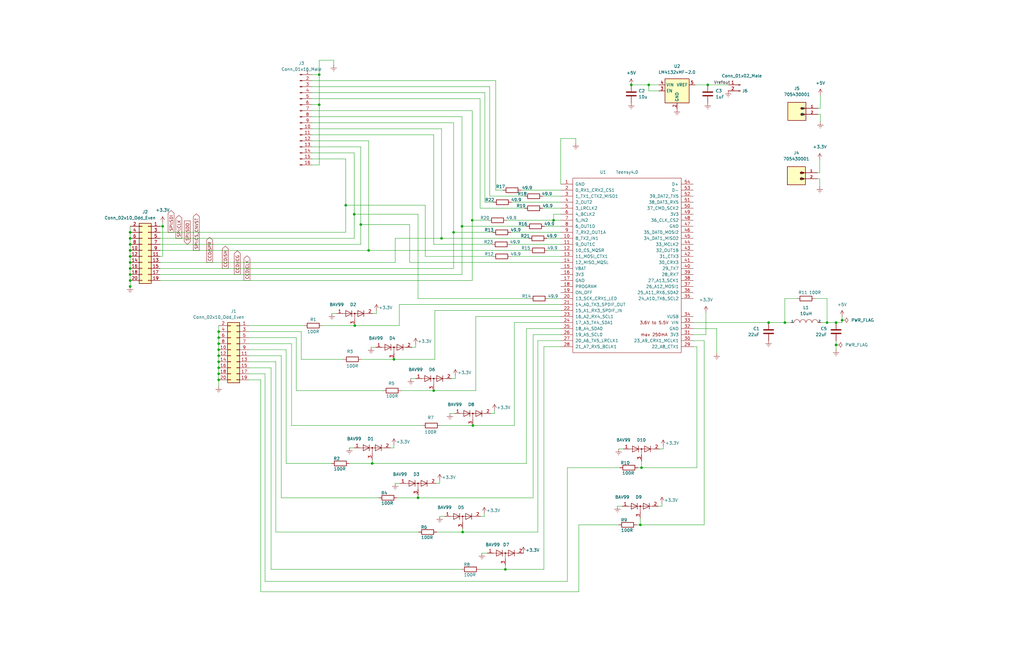
<source format=kicad_sch>
(kicad_sch (version 20231120) (generator "eeschema") (generator_version "8.0")
  (paper "B")
  (title_block (title "SPI Instrumentation Controller - T4") (date "2023-12-31") (company "Mitchell C Nelson, PhD (c) 2023"))
  (lib_symbols
    (symbol "705430001:705430001" (pin_names (offset 1.016))
      (property "Reference" "J" (at 0 3.81 0))
      (property "Value" "705430001" (at 0 -7.62 0))
      (symbol "705430001_0_0"
        (pin passive line (at -5.08 0 0) (length 5.08) (name "1") (number "1"))
        (pin passive line (at -5.08 -2.54 0) (length 5.08) (name "2") (number "2"))
      )
    )
    (symbol "Connector:Conn_01x02_Male" (pin_names (offset 1.016) hide)
      (property "Reference" "J" (at 0 2.54 0))
      (property "Value" "Conn_01x02_Male" (at 0 -5.08 0))
      (symbol "Conn_01x02_Male_1_1"
        (pin passive line (at 5.08 0 180) (length 3.81) (name "Pin_1") (number "1"))
        (pin passive line (at 5.08 -2.54 180) (length 3.81) (name "Pin_2") (number "2"))
      )
    )
    (symbol "Connector:Conn_01x16_Male" (pin_names (offset 1.016) hide)
      (property "Reference" "J" (at 0 20.32 0))
      (property "Value" "Conn_01x16_Male" (at 0 -22.86 0))
      (symbol "Conn_01x16_Male_1_1"
        (pin passive line (at 5.08 17.78 180) (length 3.81) (name "Pin_1") (number "1"))
        (pin passive line (at 5.08 -5.08 180) (length 3.81) (name "Pin_10") (number "10"))
        (pin passive line (at 5.08 -7.62 180) (length 3.81) (name "Pin_11") (number "11"))
        (pin passive line (at 5.08 -10.16 180) (length 3.81) (name "Pin_12") (number "12"))
        (pin passive line (at 5.08 -12.7 180) (length 3.81) (name "Pin_13") (number "13"))
        (pin passive line (at 5.08 -15.24 180) (length 3.81) (name "Pin_14") (number "14"))
        (pin passive line (at 5.08 -17.78 180) (length 3.81) (name "Pin_15") (number "15"))
        (pin passive line (at 5.08 -20.32 180) (length 3.81) (name "Pin_16") (number "16"))
        (pin passive line (at 5.08 15.24 180) (length 3.81) (name "Pin_2") (number "2"))
        (pin passive line (at 5.08 12.7 180) (length 3.81) (name "Pin_3") (number "3"))
        (pin passive line (at 5.08 10.16 180) (length 3.81) (name "Pin_4") (number "4"))
        (pin passive line (at 5.08 7.62 180) (length 3.81) (name "Pin_5") (number "5"))
        (pin passive line (at 5.08 5.08 180) (length 3.81) (name "Pin_6") (number "6"))
        (pin passive line (at 5.08 2.54 180) (length 3.81) (name "Pin_7") (number "7"))
        (pin passive line (at 5.08 0 180) (length 3.81) (name "Pin_8") (number "8"))
        (pin passive line (at 5.08 -2.54 180) (length 3.81) (name "Pin_9") (number "9"))
      )
    )
    (symbol "Connector_Generic:Conn_02x10_Odd_Even" (pin_names (offset 1.016) hide)
      (property "Reference" "J" (at 1.27 12.7 0))
      (property "Value" "Conn_02x10_Odd_Even" (at 1.27 -15.24 0))
      (symbol "Conn_02x10_Odd_Even_1_1"
        (pin passive line (at -5.08 10.16 0) (length 3.81) (name "Pin_1") (number "1"))
        (pin passive line (at 7.62 0 180) (length 3.81) (name "Pin_10") (number "10"))
        (pin passive line (at -5.08 -2.54 0) (length 3.81) (name "Pin_11") (number "11"))
        (pin passive line (at 7.62 -2.54 180) (length 3.81) (name "Pin_12") (number "12"))
        (pin passive line (at -5.08 -5.08 0) (length 3.81) (name "Pin_13") (number "13"))
        (pin passive line (at 7.62 -5.08 180) (length 3.81) (name "Pin_14") (number "14"))
        (pin passive line (at -5.08 -7.62 0) (length 3.81) (name "Pin_15") (number "15"))
        (pin passive line (at 7.62 -7.62 180) (length 3.81) (name "Pin_16") (number "16"))
        (pin passive line (at -5.08 -10.16 0) (length 3.81) (name "Pin_17") (number "17"))
        (pin passive line (at 7.62 -10.16 180) (length 3.81) (name "Pin_18") (number "18"))
        (pin passive line (at -5.08 -12.7 0) (length 3.81) (name "Pin_19") (number "19"))
        (pin passive line (at 7.62 10.16 180) (length 3.81) (name "Pin_2") (number "2"))
        (pin passive line (at 7.62 -12.7 180) (length 3.81) (name "Pin_20") (number "20"))
        (pin passive line (at -5.08 7.62 0) (length 3.81) (name "Pin_3") (number "3"))
        (pin passive line (at 7.62 7.62 180) (length 3.81) (name "Pin_4") (number "4"))
        (pin passive line (at -5.08 5.08 0) (length 3.81) (name "Pin_5") (number "5"))
        (pin passive line (at 7.62 5.08 180) (length 3.81) (name "Pin_6") (number "6"))
        (pin passive line (at -5.08 2.54 0) (length 3.81) (name "Pin_7") (number "7"))
        (pin passive line (at 7.62 2.54 180) (length 3.81) (name "Pin_8") (number "8"))
        (pin passive line (at -5.08 0 0) (length 3.81) (name "Pin_9") (number "9"))
      )
    )
    (symbol "Device:C" (pin_numbers hide) (pin_names (offset 0.254))
      (property "Reference" "C" (at 0.635 2.54 0))
      (property "Value" "C" (at 0.635 -2.54 0))
      (symbol "C_1_1"
        (pin passive line (at 0 3.81 270) (length 2.794) (name "~") (number "1"))
        (pin passive line (at 0 -3.81 90) (length 2.794) (name "~") (number "2"))
      )
    )
    (symbol "Device:R" (pin_numbers hide) (pin_names (offset 0))
      (property "Reference" "R" (at 2.032 0 90))
      (property "Value" "R" (at 0 0 90))
      (symbol "R_1_1"
        (pin passive line (at 0 3.81 270) (length 1.27) (name "~") (number "1"))
        (pin passive line (at 0 -3.81 90) (length 1.27) (name "~") (number "2"))
      )
    )
    (symbol "Diode:BAV99" (pin_names hide)
      (property "Reference" "D" (at 0 5.08 0))
      (property "Value" "BAV99" (at 0 2.54 0))
      (symbol "BAV99_1_1"
        (pin passive line (at -7.62 0 0) (length 2.54) (name "K") (number "1"))
        (pin passive line (at 7.62 0 180) (length 2.54) (name "A") (number "2"))
        (pin passive line (at 0 -5.08 90) (length 2.54) (name "K") (number "3"))
      )
    )
    (symbol "Reference_Voltage:LM4132xMF-2.0"
      (property "Reference" "U" (at -4.318 6.096 0))
      (property "Value" "LM4132xMF-2.0" (at 7.874 6.096 0))
      (symbol "LM4132xMF-2.0_1_1"
        (pin no_connect line (at 5.08 0 180) (length 2.54) hide (name "NC") (number "1"))
        (pin power_in line (at 0 -7.62 90) (length 2.54) (name "GND") (number "2"))
        (pin input line (at -7.62 0 0) (length 2.54) (name "EN") (number "3"))
        (pin power_in line (at -7.62 2.54 0) (length 2.54) (name "VIN") (number "4"))
        (pin power_out line (at 7.62 2.54 180) (length 2.54) (name "VREF") (number "5"))
      )
    )
    (symbol "Teensy:Teensy4.0" (pin_names (offset 1.016))
      (property "Reference" "U" (at 0 39.37 0))
      (property "Value" "Teensy4.0" (at 0 -39.37 0))
      (symbol "Teensy4.0_0_0"
        (text "3.6V to 5.5V" (at 11.43 -24.13 0) (effects (font (size 1.27 1.27))))
        (text "max 250mA" (at 11.43 -29.21 0) (effects (font (size 1.27 1.27))))
        (pin bidirectional line (at -27.94 11.43 0) (length 5.08) (name "8_TX2_IN1") (number "10"))
        (pin bidirectional line (at -27.94 8.89 0) (length 5.08) (name "9_OUT1C") (number "11"))
        (pin bidirectional line (at -27.94 6.35 0) (length 5.08) (name "10_CS_MQSR") (number "12"))
        (pin bidirectional line (at -27.94 3.81 0) (length 5.08) (name "11_MOSI_CTX1") (number "13"))
        (pin bidirectional line (at -27.94 1.27 0) (length 5.08) (name "12_MISO_MQSL") (number "14"))
        (pin power_in line (at -27.94 -1.27 0) (length 5.08) (name "VBAT") (number "15"))
        (pin power_in line (at -27.94 -3.81 0) (length 5.08) (name "3V3") (number "16"))
        (pin power_in line (at -27.94 -6.35 0) (length 5.08) (name "GND") (number "17"))
        (pin input line (at -27.94 -8.89 0) (length 5.08) (name "PROGRAM") (number "18"))
        (pin input line (at -27.94 -11.43 0) (length 5.08) (name "ON_OFF") (number "19"))
        (pin bidirectional line (at -27.94 -13.97 0) (length 5.08) (name "13_SCK_CRX1_LED") (number "20"))
        (pin bidirectional line (at -27.94 -16.51 0) (length 5.08) (name "14_A0_TX3_SPDIF_OUT") (number "21"))
        (pin bidirectional line (at -27.94 -19.05 0) (length 5.08) (name "15_A1_RX3_SPDIF_IN") (number "22"))
        (pin bidirectional line (at -27.94 -21.59 0) (length 5.08) (name "16_A2_RX4_SCL1") (number "23"))
        (pin bidirectional line (at -27.94 -24.13 0) (length 5.08) (name "17_A3_TX4_SDA1") (number "24"))
        (pin bidirectional line (at -27.94 -26.67 0) (length 5.08) (name "18_A4_SDA0") (number "25"))
        (pin bidirectional line (at -27.94 -29.21 0) (length 5.08) (name "19_A5_SCL0") (number "26"))
        (pin bidirectional line (at -27.94 -31.75 0) (length 5.08) (name "20_A6_TX5_LRCLK1") (number "27"))
        (pin bidirectional line (at -27.94 -34.29 0) (length 5.08) (name "21_A7_RX5_BCLK1") (number "28"))
        (pin bidirectional line (at 27.94 -34.29 180) (length 5.08) (name "22_A8_CTX1") (number "29"))
        (pin bidirectional line (at 27.94 -31.75 180) (length 5.08) (name "23_A9_CRX1_MCLK1") (number "30"))
        (pin power_out line (at 27.94 -29.21 180) (length 5.08) (name "3V3") (number "31"))
        (pin power_in line (at 27.94 -26.67 180) (length 5.08) (name "GND") (number "32"))
        (pin power_in line (at 27.94 -24.13 180) (length 5.08) (name "VIN") (number "33"))
        (pin power_out line (at 27.94 -21.59 180) (length 5.08) (name "VUSB") (number "34"))
        (pin bidirectional line (at 27.94 -13.97 180) (length 5.08) (name "24_A10_TX6_SCL2") (number "35"))
        (pin bidirectional line (at 27.94 -11.43 180) (length 5.08) (name "25_A11_RX6_SDA2") (number "36"))
        (pin bidirectional line (at 27.94 -8.89 180) (length 5.08) (name "26_A12_MOSI1") (number "37"))
        (pin bidirectional line (at 27.94 -6.35 180) (length 5.08) (name "27_A13_SCK1") (number "38"))
        (pin bidirectional line (at 27.94 -3.81 180) (length 5.08) (name "28_RX7") (number "39"))
        (pin bidirectional line (at 27.94 -1.27 180) (length 5.08) (name "29_TX7") (number "40"))
        (pin bidirectional line (at 27.94 1.27 180) (length 5.08) (name "30_CRX3") (number "41"))
        (pin bidirectional line (at 27.94 3.81 180) (length 5.08) (name "31_CTX3") (number "42"))
        (pin bidirectional line (at 27.94 6.35 180) (length 5.08) (name "32_OUT1B") (number "43"))
        (pin bidirectional line (at 27.94 8.89 180) (length 5.08) (name "33_MCLK2") (number "44"))
        (pin bidirectional line (at 27.94 11.43 180) (length 5.08) (name "34_DAT1_MISO2") (number "45"))
        (pin bidirectional line (at 27.94 13.97 180) (length 5.08) (name "35_DAT0_MOSI2") (number "46"))
        (pin power_out line (at 27.94 16.51 180) (length 5.08) (name "GND") (number "47"))
        (pin bidirectional line (at 27.94 19.05 180) (length 5.08) (name "36_CLK_CS2") (number "48"))
        (pin power_out line (at 27.94 21.59 180) (length 5.08) (name "3V3") (number "49"))
        (pin bidirectional line (at -27.94 24.13 0) (length 5.08) (name "3_LRCLK2") (number "5"))
        (pin bidirectional line (at 27.94 24.13 180) (length 5.08) (name "37_CMD_SCK2") (number "50"))
        (pin bidirectional line (at 27.94 26.67 180) (length 5.08) (name "38_DAT3_RX5") (number "51"))
        (pin bidirectional line (at 27.94 29.21 180) (length 5.08) (name "39_DAT2_TX5") (number "52"))
        (pin bidirectional line (at 27.94 31.75 180) (length 5.08) (name "D-") (number "53"))
        (pin bidirectional line (at 27.94 34.29 180) (length 5.08) (name "D+") (number "54"))
        (pin bidirectional line (at -27.94 21.59 0) (length 5.08) (name "4_BCLK2") (number "6"))
        (pin bidirectional line (at -27.94 19.05 0) (length 5.08) (name "5_IN2") (number "7"))
        (pin bidirectional line (at -27.94 16.51 0) (length 5.08) (name "6_OUT1D") (number "8"))
        (pin bidirectional line (at -27.94 13.97 0) (length 5.08) (name "7_RX2_OUT1A") (number "9"))
      )
      (symbol "Teensy4.0_1_1"
        (pin power_in line (at -27.94 34.29 0) (length 5.08) (name "GND") (number "1"))
        (pin bidirectional line (at -27.94 31.75 0) (length 5.08) (name "0_RX1_CRX2_CS1") (number "2"))
        (pin bidirectional line (at -27.94 29.21 0) (length 5.08) (name "1_TX1_CTX2_MISO1") (number "3"))
        (pin bidirectional line (at -27.94 26.67 0) (length 5.08) (name "2_OUT2") (number "4"))
      )
    )
    (symbol "power:+3.3V" (power) (pin_names (offset 0))
      (property "Value" "+3.3V" (at 0 3.556 0))
      (symbol "+3.3V_1_1"
        (pin power_in line (at 0 0 90) (length 0) hide (name "+3.3V") (number "1"))
      )
    )
    (symbol "power:+5V" (power) (pin_names (offset 0))
      (property "Value" "+5V" (at 0 3.556 0))
      (symbol "+5V_1_1"
        (pin power_in line (at 0 0 90) (length 0) hide (name "+5V") (number "1"))
      )
    )
    (symbol "power:Earth" (power) (pin_names (offset 0))
      (symbol "Earth_1_1"
        (pin power_in line (at 0 0 270) (length 0) hide (name "Earth") (number "1"))
      )
    )
    (symbol "power:PWR_FLAG" (power) (pin_numbers hide) (pin_names (offset 0) hide)
      (property "Value" "PWR_FLAG" (at 0 3.81 0))
      (symbol "PWR_FLAG_0_0"
        (pin power_out line (at 0 0 90) (length 0) (name "pwr") (number "1"))
      )
    )
    (symbol "pspice:INDUCTOR" (pin_numbers hide) (pin_names (offset 0))
      (property "Reference" "L" (at 0 2.54 0))
      (property "Value" "INDUCTOR" (at 0 -1.27 0))
      (symbol "INDUCTOR_1_1"
        (pin input line (at -6.35 0 0) (length 1.27) (name "1") (number "1"))
        (pin input line (at 6.35 0 180) (length 1.27) (name "2") (number "2"))
      )
    )
  )
  (junction (at 266.192 35.814))
  (junction (at 68.58 95.504))
  (junction (at 233.426 92.964))
  (junction (at 166.116 151.638))
  (junction (at 134.62 31.496))
  (junction (at 145.796 86.614))
  (junction (at 355.092 135.128))
  (junction (at 92.202 139.954))
  (junction (at 54.864 100.584))
  (junction (at 149.606 137.414))
  (junction (at 134.62 44.196))
  (junction (at 92.202 155.194))
  (junction (at 182.88 164.846))
  (junction (at 54.864 98.044))
  (junction (at 54.864 110.744))
  (junction (at 270.002 221.488))
  (junction (at 199.136 92.964))
  (junction (at 194.818 95.504))
  (junction (at 199.39 179.578))
  (junction (at 156.972 195.58))
  (junction (at 352.552 145.542))
  (junction (at 352.552 136.144))
  (junction (at 92.202 152.654))
  (junction (at 186.182 100.584))
  (junction (at 191.262 98.044))
  (junction (at 54.864 103.124))
  (junction (at 330.962 136.144))
  (junction (at 54.864 118.364))
  (junction (at 348.742 136.144))
  (junction (at 92.202 157.734))
  (junction (at 54.864 108.204))
  (junction (at 324.104 136.144))
  (junction (at 92.202 145.034))
  (junction (at 92.202 142.494))
  (junction (at 176.276 210.058))
  (junction (at 152.146 94.742))
  (junction (at 149.352 90.424))
  (junction (at 54.864 120.904))
  (junction (at 54.864 113.284))
  (junction (at 195.072 224.536))
  (junction (at 54.864 115.824))
  (junction (at 213.106 240.284))
  (junction (at 92.202 160.274))
  (junction (at 92.202 150.114))
  (junction (at 92.202 147.574))
  (junction (at 298.45 35.814))
  (junction (at 54.864 105.664))
  (junction (at 155.448 105.664))
  (junction (at 273.558 35.814))
  (junction (at 270.51 197.358))
  (wire (pts (xy 134.62 31.496) (xy 131.572 31.496)))
  (wire (pts (xy 67.564 113.284) (xy 191.262 113.284)))
  (wire (pts (xy 67.564 115.824) (xy 194.818 115.824)))
  (wire (pts (xy 167.386 210.058) (xy 176.276 210.058)))
  (wire (pts (xy 268.478 221.488) (xy 270.002 221.488)))
  (wire (pts (xy 268.986 197.358) (xy 270.51 197.358)))
  (wire (pts (xy 236.474 103.124) (xy 215.138 103.124)))
  (wire (pts (xy 348.742 125.984) (xy 348.742 136.144)))
  (wire (pts (xy 92.202 142.494) (xy 92.202 145.034)))
  (wire (pts (xy 54.864 100.584) (xy 54.864 103.124)))
  (wire (pts (xy 176.276 90.424) (xy 176.276 125.984)))
  (wire (pts (xy 208.026 85.344) (xy 204.47 85.344)))
  (wire (pts (xy 189.738 174.498) (xy 191.77 174.498)))
  (wire (pts (xy 104.902 160.274) (xy 109.982 160.274)))
  (wire (pts (xy 345.694 75.438) (xy 344.678 75.438)))
  (wire (pts (xy 131.572 51.816) (xy 191.262 51.816)))
  (wire (pts (xy 244.094 221.488) (xy 260.858 221.488)))
  (wire (pts (xy 168.402 137.414) (xy 149.606 137.414)))
  (wire (pts (xy 172.72 110.744) (xy 236.474 110.744)))
  (wire (pts (xy 215.392 108.204) (xy 236.474 108.204)))
  (wire (pts (xy 297.688 141.224) (xy 297.688 131.826)))
  (wire (pts (xy 228.854 82.804) (xy 236.474 82.804)))
  (wire (pts (xy 208.534 174.498) (xy 207.01 174.498)))
  (wire (pts (xy 68.58 95.504) (xy 68.58 108.204)))
  (wire (pts (xy 345.948 40.132) (xy 345.948 45.72)))
  (wire (pts (xy 231.14 125.984) (xy 236.474 125.984)))
  (wire (pts (xy 68.58 95.504) (xy 67.564 95.504)))
  (wire (pts (xy 104.902 139.954) (xy 127 139.954)))
  (wire (pts (xy 236.474 128.524) (xy 168.402 128.524)))
  (wire (pts (xy 104.902 157.734) (xy 111.76 157.734)))
  (wire (pts (xy 166.116 151.638) (xy 183.388 151.638)))
  (wire (pts (xy 355.092 135.128) (xy 355.092 136.144)))
  (wire (pts (xy 114.3 240.284) (xy 194.564 240.284)))
  (wire (pts (xy 230.886 105.664) (xy 236.474 105.664)))
  (wire (pts (xy 215.392 98.044) (xy 236.474 98.044)))
  (wire (pts (xy 355.092 133.604) (xy 355.092 135.128)))
  (wire (pts (xy 120.65 147.574) (xy 104.902 147.574)))
  (wire (pts (xy 111.76 245.364) (xy 239.268 245.364)))
  (wire (pts (xy 352.552 143.764) (xy 352.552 145.542)))
  (wire (pts (xy 152.146 94.742) (xy 172.72 94.742)))
  (wire (pts (xy 139.7 195.58) (xy 120.65 195.58)))
  (wire (pts (xy 296.926 143.764) (xy 296.926 221.488)))
  (wire (pts (xy 139.954 132.334) (xy 141.986 132.334)))
  (wire (pts (xy 208.534 173.228) (xy 208.534 174.498)))
  (wire (pts (xy 134.62 25.4) (xy 134.62 31.496)))
  (wire (pts (xy 302.26 138.684) (xy 302.26 149.098)))
  (wire (pts (xy 204.47 85.344) (xy 204.47 39.116)))
  (wire (pts (xy 202.184 240.284) (xy 213.106 240.284)))
  (wire (pts (xy 131.572 44.196) (xy 134.62 44.196)))
  (wire (pts (xy 145.796 67.056) (xy 145.796 86.614)))
  (wire (pts (xy 104.902 137.414) (xy 128.27 137.414)))
  (wire (pts (xy 348.742 136.144) (xy 352.552 136.144)))
  (wire (pts (xy 292.354 138.684) (xy 302.26 138.684)))
  (wire (pts (xy 277.876 38.354) (xy 273.558 38.354)))
  (wire (pts (xy 166.624 100.584) (xy 186.182 100.584)))
  (wire (pts (xy 296.926 221.488) (xy 270.002 221.488)))
  (wire (pts (xy 109.982 160.274) (xy 109.982 249.682)))
  (wire (pts (xy 207.518 103.124) (xy 182.88 103.124)))
  (wire (pts (xy 185.42 217.932) (xy 187.452 217.932)))
  (wire (pts (xy 200.66 133.604) (xy 200.66 164.846)))
  (wire (pts (xy 239.268 197.358) (xy 261.366 197.358)))
  (wire (pts (xy 260.858 189.484) (xy 262.89 189.484)))
  (wire (pts (xy 145.796 98.044) (xy 145.796 86.614)))
  (wire (pts (xy 140.716 27.432) (xy 140.716 25.4)))
  (wire (pts (xy 131.572 61.976) (xy 152.146 61.976)))
  (wire (pts (xy 200.66 164.846) (xy 182.88 164.846)))
  (wire (pts (xy 67.564 100.584) (xy 149.352 100.584)))
  (wire (pts (xy 134.62 69.596) (xy 131.572 69.596)))
  (wire (pts (xy 168.402 128.524) (xy 168.402 137.414)))
  (wire (pts (xy 176.276 210.058) (xy 176.276 209.042)))
  (wire (pts (xy 158.75 131.064) (xy 158.75 132.334)))
  (wire (pts (xy 92.202 137.414) (xy 92.202 139.954)))
  (wire (pts (xy 194.818 49.276) (xy 194.818 95.504)))
  (wire (pts (xy 186.182 100.584) (xy 223.012 100.584)))
  (wire (pts (xy 92.202 160.274) (xy 92.202 163.068)))
  (wire (pts (xy 236.474 143.764) (xy 226.822 143.764)))
  (wire (pts (xy 226.822 224.536) (xy 195.072 224.536)))
  (wire (pts (xy 212.09 80.264) (xy 209.042 80.264)))
  (wire (pts (xy 152.4 151.638) (xy 166.116 151.638)))
  (wire (pts (xy 273.558 38.354) (xy 273.558 35.814)))
  (wire (pts (xy 345.694 78.74) (xy 345.694 75.438)))
  (wire (pts (xy 173.228 159.766) (xy 175.26 159.766)))
  (wire (pts (xy 204.216 216.662) (xy 204.216 217.932)))
  (wire (pts (xy 166.624 110.744) (xy 166.624 100.584)))
  (wire (pts (xy 131.572 36.576) (xy 206.502 36.576)))
  (wire (pts (xy 233.426 92.964) (xy 233.426 90.424)))
  (wire (pts (xy 298.45 35.814) (xy 307.086 35.814)))
  (wire (pts (xy 236.474 77.724) (xy 236.474 58.42)))
  (wire (pts (xy 279.146 213.614) (xy 277.622 213.614)))
  (wire (pts (xy 194.818 95.504) (xy 221.996 95.504)))
  (wire (pts (xy 131.572 41.656) (xy 202.438 41.656)))
  (wire (pts (xy 191.262 98.044) (xy 207.772 98.044)))
  (wire (pts (xy 92.202 145.034) (xy 92.202 147.574)))
  (wire (pts (xy 175.26 146.558) (xy 173.736 146.558)))
  (wire (pts (xy 345.948 45.72) (xy 344.932 45.72)))
  (wire (pts (xy 147.32 188.976) (xy 149.352 188.976)))
  (wire (pts (xy 131.572 64.516) (xy 149.352 64.516)))
  (wire (pts (xy 233.426 92.964) (xy 213.614 92.964)))
  (wire (pts (xy 116.332 152.654) (xy 116.332 224.536)))
  (wire (pts (xy 206.502 36.576) (xy 206.502 82.804)))
  (wire (pts (xy 67.564 98.044) (xy 145.796 98.044)))
  (wire (pts (xy 152.146 103.124) (xy 152.146 94.742)))
  (wire (pts (xy 147.32 195.58) (xy 156.972 195.58)))
  (wire (pts (xy 54.864 98.044) (xy 54.864 100.584)))
  (wire (pts (xy 54.864 108.204) (xy 54.864 110.744)))
  (wire (pts (xy 213.106 240.284) (xy 213.106 238.506)))
  (wire (pts (xy 124.968 164.846) (xy 161.544 164.846)))
  (wire (pts (xy 266.192 35.814) (xy 273.558 35.814)))
  (wire (pts (xy 343.662 125.984) (xy 348.742 125.984)))
  (wire (pts (xy 109.982 249.682) (xy 244.094 249.682)))
  (wire (pts (xy 236.474 85.344) (xy 215.646 85.344)))
  (wire (pts (xy 345.948 48.26) (xy 344.932 48.26)))
  (wire (pts (xy 292.354 141.224) (xy 297.688 141.224)))
  (wire (pts (xy 224.79 210.058) (xy 224.79 141.224)))
  (wire (pts (xy 104.902 142.494) (xy 124.968 142.494)))
  (wire (pts (xy 195.072 224.536) (xy 195.072 223.012)))
  (wire (pts (xy 182.88 103.124) (xy 182.88 56.896)))
  (wire (pts (xy 229.362 240.284) (xy 213.106 240.284)))
  (wire (pts (xy 104.902 155.194) (xy 114.3 155.194)))
  (wire (pts (xy 92.202 147.574) (xy 92.202 150.114)))
  (wire (pts (xy 54.864 110.744) (xy 54.864 113.284)))
  (wire (pts (xy 330.962 136.144) (xy 333.502 136.144)))
  (wire (pts (xy 145.796 86.614) (xy 179.324 86.614)))
  (wire (pts (xy 92.202 139.954) (xy 92.202 142.494)))
  (wire (pts (xy 158.75 132.334) (xy 157.226 132.334)))
  (wire (pts (xy 194.818 95.504) (xy 194.818 115.824)))
  (wire (pts (xy 192.024 159.766) (xy 190.5 159.766)))
  (wire (pts (xy 185.42 202.692) (xy 185.42 203.962)))
  (wire (pts (xy 209.042 80.264) (xy 209.042 34.036)))
  (wire (pts (xy 224.79 141.224) (xy 236.474 141.224)))
  (wire (pts (xy 152.146 61.976) (xy 152.146 94.742)))
  (wire (pts (xy 183.388 151.638) (xy 183.388 131.064)))
  (wire (pts (xy 228.854 87.884) (xy 236.474 87.884)))
  (wire (pts (xy 175.26 145.288) (xy 175.26 146.558)))
  (wire (pts (xy 122.936 179.578) (xy 122.936 145.034)))
  (wire (pts (xy 155.448 105.664) (xy 223.266 105.664)))
  (wire (pts (xy 149.352 90.424) (xy 149.352 100.584)))
  (wire (pts (xy 127 139.954) (xy 127 151.638)))
  (wire (pts (xy 134.62 44.196) (xy 134.62 69.596)))
  (wire (pts (xy 292.354 136.144) (xy 324.104 136.144)))
  (wire (pts (xy 67.564 108.204) (xy 68.58 108.204)))
  (wire (pts (xy 242.824 58.42) (xy 242.824 60.452)))
  (wire (pts (xy 202.438 87.884) (xy 221.234 87.884)))
  (wire (pts (xy 54.864 120.904) (xy 54.864 121.158)))
  (wire (pts (xy 230.632 100.584) (xy 236.474 100.584)))
  (wire (pts (xy 131.572 59.436) (xy 155.448 59.436)))
  (wire (pts (xy 114.3 155.194) (xy 114.3 240.284)))
  (wire (pts (xy 216.916 136.144) (xy 216.916 179.578)))
  (wire (pts (xy 236.474 133.604) (xy 200.66 133.604)))
  (wire (pts (xy 120.65 195.58) (xy 120.65 147.574)))
  (wire (pts (xy 131.572 54.356) (xy 186.182 54.356)))
  (wire (pts (xy 270.002 221.488) (xy 270.002 218.694)))
  (wire (pts (xy 229.616 95.504) (xy 236.474 95.504)))
  (wire (pts (xy 273.558 35.814) (xy 277.876 35.814)))
  (wire (pts (xy 279.654 189.484) (xy 278.13 189.484)))
  (wire (pts (xy 124.968 142.494) (xy 124.968 164.846)))
  (wire (pts (xy 330.962 125.984) (xy 330.962 136.144)))
  (wire (pts (xy 169.164 164.846) (xy 182.88 164.846)))
  (wire (pts (xy 172.72 94.742) (xy 172.72 110.744)))
  (wire (pts (xy 226.822 143.764) (xy 226.822 224.536)))
  (wire (pts (xy 118.618 210.058) (xy 159.766 210.058)))
  (wire (pts (xy 92.202 157.734) (xy 92.202 160.274)))
  (wire (pts (xy 191.262 51.816) (xy 191.262 98.044)))
  (wire (pts (xy 352.552 136.144) (xy 355.092 136.144)))
  (wire (pts (xy 204.216 217.932) (xy 202.692 217.932)))
  (wire (pts (xy 68.58 93.98) (xy 68.58 95.504)))
  (wire (pts (xy 293.878 146.304) (xy 292.354 146.304)))
  (wire (pts (xy 116.332 224.536) (xy 176.53 224.536)))
  (wire (pts (xy 176.276 210.058) (xy 224.79 210.058)))
  (wire (pts (xy 92.202 150.114) (xy 92.202 152.654)))
  (wire (pts (xy 236.474 138.684) (xy 221.996 138.684)))
  (wire (pts (xy 92.202 152.654) (xy 92.202 155.194)))
  (wire (pts (xy 54.864 105.664) (xy 54.864 108.204)))
  (wire (pts (xy 122.936 145.034) (xy 104.902 145.034)))
  (wire (pts (xy 54.864 103.124) (xy 54.864 105.664)))
  (wire (pts (xy 202.438 41.656) (xy 202.438 87.884)))
  (wire (pts (xy 293.878 197.358) (xy 293.878 146.304)))
  (wire (pts (xy 205.994 92.964) (xy 199.136 92.964)))
  (wire (pts (xy 67.564 118.364) (xy 199.136 118.364)))
  (wire (pts (xy 221.996 195.58) (xy 156.972 195.58)))
  (wire (pts (xy 345.694 67.31) (xy 345.694 72.898)))
  (wire (pts (xy 260.35 213.614) (xy 262.382 213.614)))
  (wire (pts (xy 149.352 64.516) (xy 149.352 90.424)))
  (wire (pts (xy 184.15 224.536) (xy 195.072 224.536)))
  (wire (pts (xy 236.474 80.264) (xy 219.71 80.264)))
  (wire (pts (xy 203.2 233.426) (xy 205.486 233.426)))
  (wire (pts (xy 92.202 155.194) (xy 92.202 157.734)))
  (wire (pts (xy 131.572 67.056) (xy 145.796 67.056)))
  (wire (pts (xy 239.268 245.364) (xy 239.268 197.358)))
  (wire (pts (xy 111.76 157.734) (xy 111.76 245.364)))
  (wire (pts (xy 54.864 118.364) (xy 54.864 120.904)))
  (wire (pts (xy 140.716 25.4) (xy 134.62 25.4)))
  (wire (pts (xy 270.51 197.358) (xy 270.51 194.564)))
  (wire (pts (xy 192.024 158.496) (xy 192.024 159.766)))
  (wire (pts (xy 204.47 39.116) (xy 131.572 39.116)))
  (wire (pts (xy 345.948 51.562) (xy 345.948 48.26)))
  (wire (pts (xy 131.572 49.276) (xy 194.818 49.276)))
  (wire (pts (xy 156.464 146.558) (xy 158.496 146.558)))
  (wire (pts (xy 236.474 136.144) (xy 216.916 136.144)))
  (wire (pts (xy 244.094 249.682) (xy 244.094 221.488)))
  (wire (pts (xy 166.116 188.976) (xy 164.592 188.976)))
  (wire (pts (xy 185.674 179.578) (xy 199.39 179.578)))
  (wire (pts (xy 179.324 108.204) (xy 207.772 108.204)))
  (wire (pts (xy 118.618 150.114) (xy 118.618 210.058)))
  (wire (pts (xy 155.448 59.436) (xy 155.448 105.664)))
  (wire (pts (xy 199.136 46.736) (xy 199.136 92.964)))
  (wire (pts (xy 279.146 212.344) (xy 279.146 213.614)))
  (wire (pts (xy 131.572 46.736) (xy 199.136 46.736)))
  (wire (pts (xy 352.552 145.542) (xy 352.552 147.574)))
  (wire (pts (xy 54.864 113.284) (xy 54.864 115.824)))
  (wire (pts (xy 221.996 138.684) (xy 221.996 195.58)))
  (wire (pts (xy 186.182 54.356) (xy 186.182 100.584)))
  (wire (pts (xy 199.39 179.578) (xy 216.916 179.578)))
  (wire (pts (xy 104.902 152.654) (xy 116.332 152.654)))
  (wire (pts (xy 336.042 125.984) (xy 330.962 125.984)))
  (wire (pts (xy 324.104 136.144) (xy 330.962 136.144)))
  (wire (pts (xy 67.564 105.664) (xy 155.448 105.664)))
  (wire (pts (xy 178.054 179.578) (xy 122.936 179.578)))
  (wire (pts (xy 348.742 136.144) (xy 346.202 136.144)))
  (wire (pts (xy 236.474 146.304) (xy 229.362 146.304)))
  (wire (pts (xy 183.388 131.064) (xy 236.474 131.064)))
  (wire (pts (xy 176.276 125.984) (xy 223.52 125.984)))
  (wire (pts (xy 179.324 86.614) (xy 179.324 108.204)))
  (wire (pts (xy 104.902 150.114) (xy 118.618 150.114)))
  (wire (pts (xy 229.362 146.304) (xy 229.362 240.284)))
  (wire (pts (xy 199.136 92.964) (xy 199.136 118.364)))
  (wire (pts (xy 182.88 56.896) (xy 131.572 56.896)))
  (wire (pts (xy 191.262 98.044) (xy 191.262 113.284)))
  (wire (pts (xy 156.972 195.58) (xy 156.972 194.056)))
  (wire (pts (xy 292.354 143.764) (xy 296.926 143.764)))
  (wire (pts (xy 293.116 35.814) (xy 298.45 35.814)))
  (wire (pts (xy 134.62 31.496) (xy 134.62 44.196)))
  (wire (pts (xy 166.624 203.962) (xy 168.656 203.962)))
  (wire (pts (xy 279.654 188.214) (xy 279.654 189.484)))
  (wire (pts (xy 54.864 95.504) (xy 54.864 98.044)))
  (wire (pts (xy 135.89 137.414) (xy 149.606 137.414)))
  (wire (pts (xy 149.352 90.424) (xy 176.276 90.424)))
  (wire (pts (xy 166.116 187.706) (xy 166.116 188.976)))
  (wire (pts (xy 236.474 90.424) (xy 233.426 90.424)))
  (wire (pts (xy 67.564 110.744) (xy 166.624 110.744)))
  (wire (pts (xy 270.51 197.358) (xy 293.878 197.358)))
  (wire (pts (xy 67.564 103.124) (xy 152.146 103.124)))
  (wire (pts (xy 127 151.638) (xy 144.78 151.638)))
  (wire (pts (xy 236.474 58.42) (xy 242.824 58.42)))
  (wire (pts (xy 54.864 115.824) (xy 54.864 118.364)))
  (wire (pts (xy 233.426 92.964) (xy 236.474 92.964)))
  (wire (pts (xy 345.694 72.898) (xy 344.678 72.898)))
  (wire (pts (xy 209.042 34.036) (xy 131.572 34.036)))
  (wire (pts (xy 206.502 82.804) (xy 221.234 82.804)))
  (wire (pts (xy 185.42 203.962) (xy 183.896 203.962)))
  (label "Vrefout" (at 300.99 35.814 0))
  (global_label "SPI:SDO" (shape input) (at 78.994 103.124 90) (property "Intersheetrefs" "${INTERSHEET_REFS}" (effects (hide yes))))
  (global_label "SPI:CLK" (shape output) (at 75.438 100.584 90) (property "Intersheetrefs" "${INTERSHEET_REFS}" (effects (hide yes))))
  (global_label "CCD:ICG" (shape output) (at 100.076 115.824 90) (property "Intersheetrefs" "${INTERSHEET_REFS}" (effects (hide yes))))
  (global_label "CCD:SH" (shape output) (at 94.996 113.284 90) (property "Intersheetrefs" "${INTERSHEET_REFS}" (effects (hide yes))))
  (global_label "SPI:SDI" (shape output) (at 72.136 98.044 90) (property "Intersheetrefs" "${INTERSHEET_REFS}" (effects (hide yes))))
  (global_label "SPI:CS_CNVST" (shape output) (at 82.804 105.664 90) (property "Intersheetrefs" "${INTERSHEET_REFS}" (effects (hide yes))))
  (global_label "CCD:CLK" (shape output) (at 104.14 118.364 90) (property "Intersheetrefs" "${INTERSHEET_REFS}" (effects (hide yes))))
  (global_label "CCD:SPR" (shape output) (at 88.392 110.744 90) (property "Intersheetrefs" "${INTERSHEET_REFS}" (effects (hide yes))))
  (symbol (lib_id "Diode:BAV99") (at 213.106 233.426 0) (unit 1)
    (property "Reference" "D7" (at 212.09 229.87 0) (effects (justify left)))
    (property "Value" "BAV99" (at 204.724 229.87 0) (effects (justify left)))
    (property "Footprint" "Package_TO_SOT_SMD:SOT-23" (effects (hide yes)))
    (property "Datasheet" "https://assets.nexperia.com/documents/data-sheet/BAV99_SER.pdf" (effects (hide yes)))
    (property "Digikey" "1727-2914-1-ND" (effects (hide yes)))
    (property "Description" "DIODE ARR GP 100V 215MA TO236AB" (effects (hide yes)))
  )
  (symbol (lib_id "power:Earth") (at 302.26 149.098 0) (mirror y) (unit 1)
    (property "Reference" "#PWR030" (effects (hide yes)))
    (property "Value" "Earth" (effects (hide yes)))
  )
  (symbol (lib_id "Diode:BAV99") (at 182.88 159.766 0) (unit 1)
    (property "Reference" "D6" (at 180.848 155.956 0) (effects (justify left)))
    (property "Value" "BAV99" (at 172.212 155.956 0) (effects (justify left)))
    (property "Footprint" "Package_TO_SOT_SMD:SOT-23" (effects (hide yes)))
    (property "Datasheet" "https://assets.nexperia.com/documents/data-sheet/BAV99_SER.pdf" (effects (hide yes)))
    (property "Digikey" "1727-2914-1-ND" (effects (hide yes)))
    (property "Description" "DIODE ARR GP 100V 215MA TO236AB" (effects (hide yes)))
  )
  (symbol (lib_id "Device:R") (at 339.852 125.984 90) (unit 1)
    (property "Reference" "R11" (at 338.582 123.444 90))
    (property "Value" "100R" (at 343.662 123.444 90))
    (property "Footprint" "Resistor_SMD:R_0603_1608Metric" (effects (hide yes)))
    (property "Description" "RES SMD 100 OHM 1% 1/4W 0603" (effects (hide yes)))
    (property "Digikey" "10-ERJ-UP3F1000VCT-ND" (effects (hide yes)))
  )
  (symbol (lib_id "Device:R") (at 148.59 151.638 90) (unit 1)
    (property "Reference" "R3" (at 147.574 148.336 90))
    (property "Value" "100R" (at 148.59 154.432 90))
    (property "Footprint" "Resistor_SMD:R_0603_1608Metric" (effects (hide yes)))
    (property "Description" "RES SMD 100 OHM 1% 1/4W 0603" (effects (hide yes)))
    (property "Digikey" "10-ERJ-UP3F1000VCT-ND" (effects (hide yes)))
  )
  (symbol (lib_id "power:Earth") (at 54.864 120.904 0) (mirror y) (unit 1)
    (property "Reference" "#PWR02" (effects (hide yes)))
    (property "Value" "Earth" (effects (hide yes)))
  )
  (symbol (lib_id "Device:R") (at 215.9 80.264 90) (unit 1)
    (property "Reference" "R17" (at 211.074 78.74 90))
    (property "Value" "49.9" (at 222.25 79.248 90))
    (property "Footprint" "Resistor_SMD:R_0603_1608Metric" (effects (hide yes)))
    (property "Description" "RES 49.9 OHM 1% 1/10W 0603" (effects (hide yes)))
    (property "Digikey" "RMCF0603FT49R9CT-ND" (effects (hide yes)))
  )
  (symbol (lib_id "power:PWR_FLAG") (at 352.552 145.542 270) (unit 1)
    (property "Reference" "#FLG01" (effects (hide yes)))
    (property "Value" "PWR_FLAG" (at 356.362 145.5419 90) (effects (justify left)))
  )
  (symbol (lib_id "Device:R") (at 132.08 137.414 90) (unit 1)
    (property "Reference" "R1" (at 132.08 134.874 90))
    (property "Value" "100R" (at 132.08 139.954 90))
    (property "Footprint" "Resistor_SMD:R_0603_1608Metric" (effects (hide yes)))
    (property "Description" "RES SMD 100 OHM 1% 1/4W 0603" (effects (hide yes)))
    (property "Digikey" "10-ERJ-UP3F1000VCT-ND" (effects (hide yes)))
  )
  (symbol (lib_id "Device:R") (at 211.328 103.124 90) (unit 1)
    (property "Reference" "R23" (at 205.994 102.108 90))
    (property "Value" "49.9" (at 217.17 102.108 90))
    (property "Footprint" "Resistor_SMD:R_0603_1608Metric" (effects (hide yes)))
    (property "Description" "RES 49.9 OHM 1% 1/10W 0603" (effects (hide yes)))
    (property "Digikey" "RMCF0603FT49R9CT-ND" (effects (hide yes)))
  )
  (symbol (lib_id "power:+5V") (at 266.192 35.814 0) (unit 1)
    (property "Reference" "#PWR015" (effects (hide yes)))
    (property "Value" "+5V" (at 266.192 30.734 0))
  )
  (symbol (lib_id "power:Earth") (at 166.624 203.962 0) (unit 1)
    (property "Reference" "#PWR06" (effects (hide yes)))
    (property "Value" "Earth" (effects (hide yes)))
  )
  (symbol (lib_id "Connector:Conn_01x16_Male") (at 126.492 49.276 0) (unit 1)
    (property "Reference" "J3" (at 127.127 26.67 0))
    (property "Value" "Conn_01x16_Male" (at 127.127 29.21 0))
    (property "Footprint" "Connector_PinHeader_2.54mm:PinHeader_1x16_P2.54mm_Vertical" (effects (hide yes)))
    (property "Description" "CONN HEADER VERT 16POS 2.54MM" (effects (hide yes)))
    (property "Digikey" "3M156268-16-ND" (effects (hide yes)))
  )
  (symbol (lib_id "Diode:BAV99") (at 195.072 217.932 0) (unit 1)
    (property "Reference" "D5" (at 193.04 214.122 0) (effects (justify left)))
    (property "Value" "BAV99" (at 184.404 214.122 0) (effects (justify left)))
    (property "Footprint" "Package_TO_SOT_SMD:SOT-23" (effects (hide yes)))
    (property "Datasheet" "https://assets.nexperia.com/documents/data-sheet/BAV99_SER.pdf" (effects (hide yes)))
    (property "Digikey" "1727-2914-1-ND" (effects (hide yes)))
    (property "Description" "DIODE ARR GP 100V 215MA TO236AB" (effects (hide yes)))
  )
  (symbol (lib_id "power:Earth") (at 307.086 38.354 0) (unit 1)
    (property "Reference" "#PWR039" (effects (hide yes)))
    (property "Value" "Earth" (effects (hide yes)))
  )
  (symbol (lib_id "Device:R") (at 181.864 179.578 90) (unit 1)
    (property "Reference" "R7" (at 181.61 176.276 90))
    (property "Value" "100R" (at 181.61 182.372 90))
    (property "Footprint" "Resistor_SMD:R_0603_1608Metric" (effects (hide yes)))
    (property "Description" "RES SMD 100 OHM 1% 1/4W 0603" (effects (hide yes)))
    (property "Digikey" "10-ERJ-UP3F1000VCT-ND" (effects (hide yes)))
  )
  (symbol (lib_id "Connector_Generic:Conn_02x10_Odd_Even") (at 99.822 147.574 0) (mirror y) (unit 1)
    (property "Reference" "J1" (at 98.552 131.318 0))
    (property "Value" "Conn_02x10_Odd_Even" (at 92.202 133.858 0))
    (property "Footprint" "Connector_PinHeader_2.54mm:PinHeader_2x10_P2.54mm_Vertical" (effects (hide yes)))
    (property "Digikey" "3M156308-20-ND" (effects (hide yes)))
    (property "Description" "CONN HEADER VERT 20POS 2.54MM" (effects (hide yes)))
  )
  (symbol (lib_id "power:+3.3V") (at 208.534 173.228 0) (mirror y) (unit 1)
    (property "Reference" "#PWR023" (effects (hide yes)))
    (property "Value" "+3.3V" (at 212.344 171.958 0))
  )
  (symbol (lib_id "power:+3.3V") (at 166.116 187.706 0) (mirror y) (unit 1)
    (property "Reference" "#PWR05" (effects (hide yes)))
    (property "Value" "+3.3V" (at 169.926 186.436 0))
  )
  (symbol (lib_id "power:Earth") (at 173.228 159.766 0) (unit 1)
    (property "Reference" "#PWR013" (effects (hide yes)))
    (property "Value" "Earth" (effects (hide yes)))
  )
  (symbol (lib_id "Device:R") (at 198.374 240.284 90) (unit 1)
    (property "Reference" "R8" (at 196.85 238.252 90))
    (property "Value" "100R" (at 198.12 242.57 90))
    (property "Footprint" "Resistor_SMD:R_0603_1608Metric" (effects (hide yes)))
    (property "Description" "RES SMD 100 OHM 1% 1/4W 0603" (effects (hide yes)))
    (property "Digikey" "10-ERJ-UP3F1000VCT-ND" (effects (hide yes)))
  )
  (symbol (lib_id "Device:R") (at 225.044 82.804 90) (unit 1)
    (property "Reference" "R18" (at 220.218 81.788 90))
    (property "Value" "49.9" (at 230.632 81.788 90))
    (property "Footprint" "Resistor_SMD:R_0603_1608Metric" (effects (hide yes)))
    (property "Description" "RES 49.9 OHM 1% 1/10W 0603" (effects (hide yes)))
    (property "Digikey" "RMCF0603FT49R9CT-ND" (effects (hide yes)))
  )
  (symbol (lib_id "Device:R") (at 225.044 87.884 90) (unit 1)
    (property "Reference" "R19" (at 219.71 86.868 90))
    (property "Value" "49.9" (at 230.886 86.868 90))
    (property "Footprint" "Resistor_SMD:R_0603_1608Metric" (effects (hide yes)))
    (property "Description" "RES 49.9 OHM 1% 1/10W 0603" (effects (hide yes)))
    (property "Digikey" "RMCF0603FT49R9CT-ND" (effects (hide yes)))
  )
  (symbol (lib_id "power:Earth") (at 139.954 132.334 0) (unit 1)
    (property "Reference" "#PWR03" (effects (hide yes)))
    (property "Value" "Earth" (effects (hide yes)))
  )
  (symbol (lib_id "power:+3.3V") (at 279.146 212.344 0) (mirror y) (unit 1)
    (property "Reference" "#PWR027" (effects (hide yes)))
    (property "Value" "+3.3V" (at 282.956 211.074 0))
  )
  (symbol (lib_id "Diode:BAV99") (at 270.002 213.614 0) (unit 1)
    (property "Reference" "D9" (at 267.97 209.804 0) (effects (justify left)))
    (property "Value" "BAV99" (at 259.334 209.804 0) (effects (justify left)))
    (property "Footprint" "Package_TO_SOT_SMD:SOT-23" (effects (hide yes)))
    (property "Datasheet" "https://assets.nexperia.com/documents/data-sheet/BAV99_SER.pdf" (effects (hide yes)))
    (property "Digikey" "1727-2914-1-ND" (effects (hide yes)))
    (property "Description" "DIODE ARR GP 100V 215MA TO236AB" (effects (hide yes)))
  )
  (symbol (lib_id "power:Earth") (at 298.45 43.434 0) (unit 1)
    (property "Reference" "#PWR038" (effects (hide yes)))
    (property "Value" "Earth" (effects (hide yes)))
  )
  (symbol (lib_id "power:+3.3V") (at 185.42 202.692 0) (mirror y) (unit 1)
    (property "Reference" "#PWR011" (effects (hide yes)))
    (property "Value" "+3.3V" (at 189.23 201.422 0))
  )
  (symbol (lib_id "power:Earth") (at 266.192 43.434 0) (unit 1)
    (property "Reference" "#PWR020" (effects (hide yes)))
    (property "Value" "Earth" (effects (hide yes)))
  )
  (symbol (lib_id "Device:R") (at 209.804 92.964 90) (unit 1)
    (property "Reference" "R20" (at 204.47 91.948 90))
    (property "Value" "49.9" (at 215.646 91.948 90))
    (property "Footprint" "Resistor_SMD:R_0603_1608Metric" (effects (hide yes)))
    (property "Description" "RES 49.9 OHM 1% 1/10W 0603" (effects (hide yes)))
    (property "Digikey" "RMCF0603FT49R9CT-ND" (effects (hide yes)))
  )
  (symbol (lib_id "Device:R") (at 211.582 108.204 90) (unit 1)
    (property "Reference" "R12" (at 206.248 107.188 90))
    (property "Value" "49.9" (at 217.424 107.188 90))
    (property "Footprint" "Resistor_SMD:R_0603_1608Metric" (effects (hide yes)))
    (property "Description" "RES 49.9 OHM 1% 1/10W 0603" (effects (hide yes)))
    (property "Digikey" "RMCF0603FT49R9CT-ND" (effects (hide yes)))
  )
  (symbol (lib_id "Diode:BAV99") (at 270.51 189.484 0) (unit 1)
    (property "Reference" "D10" (at 268.478 185.674 0) (effects (justify left)))
    (property "Value" "BAV99" (at 259.842 185.674 0) (effects (justify left)))
    (property "Footprint" "Package_TO_SOT_SMD:SOT-23" (effects (hide yes)))
    (property "Datasheet" "https://assets.nexperia.com/documents/data-sheet/BAV99_SER.pdf" (effects (hide yes)))
    (property "Digikey" "1727-2914-1-ND" (effects (hide yes)))
    (property "Description" "DIODE ARR GP 100V 215MA TO236AB" (effects (hide yes)))
  )
  (symbol (lib_id "power:+3.3V") (at 345.694 67.31 0) (unit 1)
    (property "Reference" "#PWR031" (effects (hide yes)))
    (property "Value" "+3.3V" (at 345.694 61.976 0))
  )
  (symbol (lib_id "pspice:INDUCTOR") (at 339.852 136.144 0) (unit 1)
    (property "Reference" "L1" (at 339.852 129.794 0))
    (property "Value" "10uH" (at 339.852 132.334 0))
    (property "Footprint" "Inductor_SMD:L_Taiyo-Yuden_NR-40xx" (effects (hide yes)))
    (property "Digikey" "587-2886-1-ND" (effects (hide yes)))
    (property "Description" "FIXED IND 10UH 1.2A 180 MOHM SMD" (effects (hide yes)))
  )
  (symbol (lib_id "Diode:BAV99") (at 199.39 174.498 0) (unit 1)
    (property "Reference" "D8" (at 197.358 170.688 0) (effects (justify left)))
    (property "Value" "BAV99" (at 188.722 170.688 0) (effects (justify left)))
    (property "Footprint" "Package_TO_SOT_SMD:SOT-23" (effects (hide yes)))
    (property "Datasheet" "https://assets.nexperia.com/documents/data-sheet/BAV99_SER.pdf" (effects (hide yes)))
    (property "Digikey" "1727-2914-1-ND" (effects (hide yes)))
    (property "Description" "DIODE ARR GP 100V 215MA TO236AB" (effects (hide yes)))
  )
  (symbol (lib_id "power:Earth") (at 345.948 51.562 0) (unit 1)
    (property "Reference" "#PWR034" (effects (hide yes)))
    (property "Value" "Earth" (effects (hide yes)))
  )
  (symbol (lib_id "power:+3.3V") (at 192.024 158.496 0) (mirror y) (unit 1)
    (property "Reference" "#PWR021" (effects (hide yes)))
    (property "Value" "+3.3V" (at 195.834 157.226 0))
  )
  (symbol (lib_id "power:Earth") (at 260.35 213.614 0) (unit 1)
    (property "Reference" "#PWR025" (effects (hide yes)))
    (property "Value" "Earth" (effects (hide yes)))
  )
  (symbol (lib_id "Device:R") (at 227.076 105.664 90) (unit 1)
    (property "Reference" "R15" (at 221.742 104.648 90))
    (property "Value" "49.9" (at 232.918 104.648 90))
    (property "Footprint" "Resistor_SMD:R_0603_1608Metric" (effects (hide yes)))
    (property "Description" "RES 49.9 OHM 1% 1/10W 0603" (effects (hide yes)))
    (property "Digikey" "RMCF0603FT49R9CT-ND" (effects (hide yes)))
  )
  (symbol (lib_id "Device:C") (at 352.552 139.954 0) (unit 1)
    (property "Reference" "C5" (at 348.742 138.6839 0) (effects (justify right)))
    (property "Value" "22uF" (at 348.742 141.2239 0) (effects (justify right)))
    (property "Footprint" "Capacitor_SMD:C_0805_2012Metric" (effects (hide yes)))
    (property "Digikey" "490-12389-1-ND" (effects (hide yes)))
    (property "Description" "CAP CER 22UF 25V X5R 0805" (effects (hide yes)))
  )
  (symbol (lib_id "Device:R") (at 163.576 210.058 90) (unit 1)
    (property "Reference" "R4" (at 162.052 208.026 90))
    (property "Value" "100R" (at 163.322 212.344 90))
    (property "Footprint" "Resistor_SMD:R_0603_1608Metric" (effects (hide yes)))
    (property "Description" "RES SMD 100 OHM 1% 1/4W 0603" (effects (hide yes)))
    (property "Digikey" "10-ERJ-UP3F1000VCT-ND" (effects (hide yes)))
  )
  (symbol (lib_id "Diode:BAV99") (at 156.972 188.976 0) (unit 1)
    (property "Reference" "D1" (at 154.94 185.166 0) (effects (justify left)))
    (property "Value" "BAV99" (at 146.304 185.166 0) (effects (justify left)))
    (property "Footprint" "Package_TO_SOT_SMD:SOT-23" (effects (hide yes)))
    (property "Datasheet" "https://assets.nexperia.com/documents/data-sheet/BAV99_SER.pdf" (effects (hide yes)))
    (property "Digikey" "1727-2914-1-ND" (effects (hide yes)))
    (property "Description" "DIODE ARR GP 100V 215MA TO236AB" (effects (hide yes)))
  )
  (symbol (lib_id "Device:R") (at 180.34 224.536 90) (unit 1)
    (property "Reference" "R6" (at 178.816 222.504 90))
    (property "Value" "100R" (at 180.086 226.822 90))
    (property "Footprint" "Resistor_SMD:R_0603_1608Metric" (effects (hide yes)))
    (property "Description" "RES SMD 100 OHM 1% 1/4W 0603" (effects (hide yes)))
    (property "Digikey" "10-ERJ-UP3F1000VCT-ND" (effects (hide yes)))
  )
  (symbol (lib_id "power:+5V") (at 345.948 40.132 0) (unit 1)
    (property "Reference" "#PWR033" (effects (hide yes)))
    (property "Value" "+5V" (at 345.948 35.052 0))
  )
  (symbol (lib_id "power:Earth") (at 352.552 147.574 0) (mirror y) (unit 1)
    (property "Reference" "#PWR035" (effects (hide yes)))
    (property "Value" "Earth" (effects (hide yes)))
  )
  (symbol (lib_id "power:+5V") (at 355.092 133.604 0) (unit 1)
    (property "Reference" "#PWR036" (effects (hide yes)))
    (property "Value" "+5V" (at 355.092 128.524 0))
  )
  (symbol (lib_id "power:Earth") (at 92.202 163.068 0) (mirror y) (unit 1)
    (property "Reference" "#PWR04" (effects (hide yes)))
    (property "Value" "Earth" (effects (hide yes)))
  )
  (symbol (lib_id "705430001:705430001") (at 339.852 45.72 0) (mirror y) (unit 1)
    (property "Reference" "J5" (at 336.042 37.338 0))
    (property "Value" "705430001" (at 336.042 39.878 0))
    (property "Footprint" "MOLEX_705430001" (effects (hide yes)))
    (property "PARTREV" "M1" (effects (hide yes)))
    (property "STANDARD" "Manufacturer Recommendations" (effects (hide yes)))
    (property "MAXIMUM_PACKAGE_HEIGHT" "11.81 mm" (effects (hide yes)))
    (property "MANUFACTURER" "Molex" (effects (hide yes)))
    (property "Description" "CONN HEADER VERT 2POS 2.54MM" (effects (hide yes)))
    (property "Digikey" "WM4800-ND" (effects (hide yes)))
    (property "Manufacturer Part number" "0705430001" (effects (hide yes)))
  )
  (symbol (lib_id "power:+3.3V") (at 279.654 188.214 0) (mirror y) (unit 1)
    (property "Reference" "#PWR028" (effects (hide yes)))
    (property "Value" "+3.3V" (at 283.464 186.944 0))
  )
  (symbol (lib_id "power:+3.3V") (at 204.216 216.662 0) (mirror y) (unit 1)
    (property "Reference" "#PWR018" (effects (hide yes)))
    (property "Value" "+3.3V" (at 208.026 215.392 0))
  )
  (symbol (lib_id "power:+3.3V") (at 158.75 131.064 0) (mirror y) (unit 1)
    (property "Reference" "#PWR010" (effects (hide yes)))
    (property "Value" "+3.3V" (at 162.56 129.794 0))
  )
  (symbol (lib_id "Connector_Generic:Conn_02x10_Odd_Even") (at 62.484 105.664 0) (mirror y) (unit 1)
    (property "Reference" "J2" (at 61.214 89.408 0))
    (property "Value" "Conn_02x10_Odd_Even" (at 54.864 91.948 0))
    (property "Footprint" "Connector_PinHeader_2.54mm:PinHeader_2x10_P2.54mm_Vertical" (effects (hide yes)))
    (property "Digikey" "3M156308-20-ND" (effects (hide yes)))
    (property "Description" "CONN HEADER VERT 20POS 2.54MM" (effects (hide yes)))
  )
  (symbol (lib_id "power:+3.3V") (at 68.58 93.98 0) (unit 1)
    (property "Reference" "#PWR07" (effects (hide yes)))
    (property "Value" "+3.3V" (at 68.58 88.646 0))
  )
  (symbol (lib_id "power:+3.3V") (at 297.688 131.826 0) (unit 1)
    (property "Reference" "#PWR029" (effects (hide yes)))
    (property "Value" "+3.3V" (at 297.688 126.492 0))
  )
  (symbol (lib_id "power:Earth") (at 324.104 143.764 0) (mirror y) (unit 1)
    (property "Reference" "#PWR09" (effects (hide yes)))
    (property "Value" "Earth" (effects (hide yes)))
  )
  (symbol (lib_id "power:PWR_FLAG") (at 355.092 135.128 270) (unit 1)
    (property "Reference" "#FLG02" (effects (hide yes)))
    (property "Value" "PWR_FLAG" (at 358.902 135.1279 90) (effects (justify left)))
  )
  (symbol (lib_id "Diode:BAV99") (at 149.606 132.334 0) (unit 1)
    (property "Reference" "D2" (at 147.574 128.524 0) (effects (justify left)))
    (property "Value" "BAV99" (at 138.938 128.524 0) (effects (justify left)))
    (property "Footprint" "Package_TO_SOT_SMD:SOT-23" (effects (hide yes)))
    (property "Datasheet" "https://assets.nexperia.com/documents/data-sheet/BAV99_SER.pdf" (effects (hide yes)))
    (property "Digikey" "1727-2914-1-ND" (effects (hide yes)))
    (property "Description" "DIODE ARR GP 100V 215MA TO236AB" (effects (hide yes)))
  )
  (symbol (lib_id "Reference_Voltage:LM4132xMF-2.0") (at 285.496 38.354 0) (unit 1)
    (property "Reference" "U2" (at 285.496 27.94 0))
    (property "Value" "LM4132xMF-2.0" (at 285.496 30.48 0))
    (property "Footprint" "Package_TO_SOT_SMD:SOT-23-5" (effects (hide yes)))
    (property "Datasheet" "http://www.ti.com/lit/ds/symlink/lm4132.pdf" (effects (hide yes)))
    (property "Digikey" "LM4132BMF-2.0/NOPBCT-ND" (effects (hide yes)))
  )
  (symbol (lib_id "Device:R") (at 227.33 125.984 90) (unit 1)
    (property "Reference" "R14" (at 221.996 124.968 90))
    (property "Value" "49.9" (at 233.172 124.968 90))
    (property "Footprint" "Resistor_SMD:R_0603_1608Metric" (effects (hide yes)))
    (property "Description" "RES 49.9 OHM 1% 1/10W 0603" (effects (hide yes)))
    (property "Digikey" "RMCF0603FT49R9CT-ND" (effects (hide yes)))
  )
  (symbol (lib_id "power:Earth") (at 147.32 188.976 0) (unit 1)
    (property "Reference" "#PWR01" (effects (hide yes)))
    (property "Value" "Earth" (effects (hide yes)))
  )
  (symbol (lib_id "power:Earth") (at 345.694 78.74 0) (unit 1)
    (property "Reference" "#PWR032" (effects (hide yes)))
    (property "Value" "Earth" (effects (hide yes)))
  )
  (symbol (lib_id "power:Earth") (at 242.824 60.452 0) (mirror y) (unit 1)
    (property "Reference" "#PWR024" (effects (hide yes)))
    (property "Value" "Earth" (effects (hide yes)))
  )
  (symbol (lib_id "Device:R") (at 225.806 95.504 90) (unit 1)
    (property "Reference" "R16" (at 220.472 94.488 90))
    (property "Value" "49.9" (at 231.648 94.488 90))
    (property "Footprint" "Resistor_SMD:R_0603_1608Metric" (effects (hide yes)))
    (property "Description" "RES 49.9 OHM 1% 1/10W 0603" (effects (hide yes)))
    (property "Digikey" "RMCF0603FT49R9CT-ND" (effects (hide yes)))
  )
  (symbol (lib_id "power:Earth") (at 260.858 189.484 0) (unit 1)
    (property "Reference" "#PWR026" (effects (hide yes)))
    (property "Value" "Earth" (effects (hide yes)))
  )
  (symbol (lib_id "Device:C") (at 298.45 39.624 0) (unit 1)
    (property "Reference" "C3" (at 301.752 38.3539 0) (effects (justify left)))
    (property "Value" "1uF" (at 301.752 40.8939 0) (effects (justify left)))
    (property "Footprint" "Capacitor_SMD:C_0603_1608Metric_Pad1.08x0.95mm_HandSolder" (effects (hide yes)))
    (property "Description" "Cer Cap 1uF 10% 16V" (effects (hide yes)))
    (property "Digikey" "1276-1034-1-ND" (effects (hide yes)))
  )
  (symbol (lib_id "power:Earth") (at 203.2 233.426 0) (unit 1)
    (property "Reference" "#PWR017" (effects (hide yes)))
    (property "Value" "Earth" (effects (hide yes)))
  )
  (symbol (lib_id "power:Earth") (at 156.464 146.558 0) (unit 1)
    (property "Reference" "#PWR08" (effects (hide yes)))
    (property "Value" "Earth" (effects (hide yes)))
  )
  (symbol (lib_id "Device:R") (at 211.582 98.044 90) (unit 1)
    (property "Reference" "R13" (at 206.248 97.028 90))
    (property "Value" "49.9" (at 217.424 97.028 90))
    (property "Footprint" "Resistor_SMD:R_0603_1608Metric" (effects (hide yes)))
    (property "Description" "RES 49.9 OHM 1% 1/10W 0603" (effects (hide yes)))
    (property "Digikey" "RMCF0603FT49R9CT-ND" (effects (hide yes)))
  )
  (symbol (lib_id "Diode:BAV99") (at 176.276 203.962 0) (unit 1)
    (property "Reference" "D3" (at 174.244 200.152 0) (effects (justify left)))
    (property "Value" "BAV99" (at 165.608 200.152 0) (effects (justify left)))
    (property "Footprint" "Package_TO_SOT_SMD:SOT-23" (effects (hide yes)))
    (property "Datasheet" "https://assets.nexperia.com/documents/data-sheet/BAV99_SER.pdf" (effects (hide yes)))
    (property "Digikey" "1727-2914-1-ND" (effects (hide yes)))
    (property "Description" "DIODE ARR GP 100V 215MA TO236AB" (effects (hide yes)))
  )
  (symbol (lib_id "Device:R") (at 264.668 221.488 90) (unit 1)
    (property "Reference" "R9" (at 263.144 219.456 90))
    (property "Value" "100R" (at 264.414 223.774 90))
    (property "Footprint" "Resistor_SMD:R_0603_1608Metric" (effects (hide yes)))
    (property "Description" "RES SMD 100 OHM 1% 1/4W 0603" (effects (hide yes)))
    (property "Digikey" "10-ERJ-UP3F1000VCT-ND" (effects (hide yes)))
  )
  (symbol (lib_id "Connector:Conn_01x02_Male") (at 312.166 35.814 0) (mirror y) (unit 1)
    (property "Reference" "J6" (at 312.928 38.3541 0) (effects (justify right)))
    (property "Value" "Conn_01x02_Male" (at 304.292 32.004 0) (effects (justify right)))
    (property "Footprint" "Connector_PinHeader_2.54mm:PinHeader_1x02_P2.54mm_Vertical" (effects (hide yes)))
    (property "Digikey" "3M156268-02-ND" (effects (hide yes)))
  )
  (symbol (lib_id "power:Earth") (at 140.716 27.432 0) (mirror y) (unit 1)
    (property "Reference" "#PWR014" (effects (hide yes)))
    (property "Value" "Earth" (effects (hide yes)))
  )
  (symbol (lib_id "Teensy:Teensy4.0") (at 264.414 112.014 0) (unit 1)
    (property "Reference" "U1" (at 254.254 72.644 0))
    (property "Value" "Teensy4.0" (at 264.414 72.644 0))
    (property "Footprint" "teensy_footprints:Teensy40" (effects (hide yes)))
    (property "Description" "Teensy4.0" (effects (hide yes)))
    (property "Digikey" "1568-DEV-16997-ND" (effects (hide yes)))
  )
  (symbol (lib_id "power:+3.3V") (at 220.726 233.426 0) (mirror y) (unit 1)
    (property "Reference" "#PWR022" (effects (hide yes)))
    (property "Value" "+3.3V" (at 224.536 232.156 0))
  )
  (symbol (lib_id "Diode:BAV99") (at 166.116 146.558 0) (unit 1)
    (property "Reference" "D4" (at 164.084 142.748 0) (effects (justify left)))
    (property "Value" "BAV99" (at 155.448 142.748 0) (effects (justify left)))
    (property "Footprint" "Package_TO_SOT_SMD:SOT-23" (effects (hide yes)))
    (property "Datasheet" "https://assets.nexperia.com/documents/data-sheet/BAV99_SER.pdf" (effects (hide yes)))
    (property "Digikey" "1727-2914-1-ND" (effects (hide yes)))
    (property "Description" "DIODE ARR GP 100V 215MA TO236AB" (effects (hide yes)))
  )
  (symbol (lib_id "power:+3.3V") (at 175.26 145.288 0) (mirror y) (unit 1)
    (property "Reference" "#PWR016" (effects (hide yes)))
    (property "Value" "+3.3V" (at 179.07 144.018 0))
  )
  (symbol (lib_id "power:Earth") (at 285.496 45.974 0) (unit 1)
    (property "Reference" "#PWR037" (effects (hide yes)))
    (property "Value" "Earth" (effects (hide yes)))
  )
  (symbol (lib_id "power:Earth") (at 185.42 217.932 0) (unit 1)
    (property "Reference" "#PWR012" (effects (hide yes)))
    (property "Value" "Earth" (effects (hide yes)))
  )
  (symbol (lib_id "Device:C") (at 266.192 39.624 0) (unit 1)
    (property "Reference" "C2" (at 269.24 38.3539 0) (effects (justify left)))
    (property "Value" "10u" (at 269.24 40.8939 0) (effects (justify left)))
    (property "Footprint" "Capacitor_SMD:C_0603_1608Metric_Pad1.08x0.95mm_HandSolder" (effects (hide yes)))
    (property "Description" "Cer Cap 10uF 10% 16V, X5R" (effects (hide yes)))
    (property "Digikey" "490-12317-1-ND" (effects (hide yes)))
  )
  (symbol (lib_id "Device:R") (at 226.822 100.584 90) (unit 1)
    (property "Reference" "R21" (at 221.488 99.568 90))
    (property "Value" "49.9" (at 232.664 99.568 90))
    (property "Footprint" "Resistor_SMD:R_0603_1608Metric" (effects (hide yes)))
    (property "Description" "RES 49.9 OHM 1% 1/10W 0603" (effects (hide yes)))
    (property "Digikey" "RMCF0603FT49R9CT-ND" (effects (hide yes)))
  )
  (symbol (lib_id "705430001:705430001") (at 339.598 72.898 0) (mirror y) (unit 1)
    (property "Reference" "J4" (at 335.788 64.516 0))
    (property "Value" "705430001" (at 335.788 67.056 0))
    (property "Footprint" "MOLEX_705430001" (effects (hide yes)))
    (property "PARTREV" "M1" (effects (hide yes)))
    (property "STANDARD" "Manufacturer Recommendations" (effects (hide yes)))
    (property "MAXIMUM_PACKAGE_HEIGHT" "11.81 mm" (effects (hide yes)))
    (property "MANUFACTURER" "Molex" (effects (hide yes)))
    (property "Description" "CONN HEADER VERT 2POS 2.54MM" (effects (hide yes)))
    (property "Digikey" "WM4800-ND" (effects (hide yes)))
    (property "Manufacturer Part number" "0705430001" (effects (hide yes)))
  )
  (symbol (lib_id "Device:R") (at 211.836 85.344 90) (unit 1)
    (property "Reference" "R22" (at 206.502 84.328 90))
    (property "Value" "49.9" (at 217.678 84.328 90))
    (property "Footprint" "Resistor_SMD:R_0603_1608Metric" (effects (hide yes)))
    (property "Description" "RES 49.9 OHM 1% 1/10W 0603" (effects (hide yes)))
    (property "Digikey" "RMCF0603FT49R9CT-ND" (effects (hide yes)))
  )
  (symbol (lib_id "Device:C") (at 324.104 139.954 0) (unit 1)
    (property "Reference" "C1" (at 320.294 138.6839 0) (effects (justify right)))
    (property "Value" "22uF" (at 320.294 141.2239 0) (effects (justify right)))
    (property "Footprint" "Capacitor_SMD:C_0805_2012Metric" (effects (hide yes)))
    (property "Digikey" "490-12389-1-ND" (effects (hide yes)))
    (property "Description" "CAP CER 22UF 25V X5R 0805" (effects (hide yes)))
  )
  (symbol (lib_id "Device:R") (at 165.354 164.846 90) (unit 1)
    (property "Reference" "R5" (at 165.1 161.798 90))
    (property "Value" "100R" (at 165.354 167.132 90))
    (property "Footprint" "Resistor_SMD:R_0603_1608Metric" (effects (hide yes)))
    (property "Description" "RES SMD 100 OHM 1% 1/4W 0603" (effects (hide yes)))
    (property "Digikey" "10-ERJ-UP3F1000VCT-ND" (effects (hide yes)))
  )
  (symbol (lib_id "power:Earth") (at 189.738 174.498 0) (unit 1)
    (property "Reference" "#PWR019" (effects (hide yes)))
    (property "Value" "Earth" (effects (hide yes)))
  )
  (symbol (lib_id "Device:R") (at 265.176 197.358 90) (unit 1)
    (property "Reference" "R10" (at 263.652 195.326 90))
    (property "Value" "100R" (at 264.922 199.644 90))
    (property "Footprint" "Resistor_SMD:R_0603_1608Metric" (effects (hide yes)))
    (property "Description" "RES SMD 100 OHM 1% 1/4W 0603" (effects (hide yes)))
    (property "Digikey" "10-ERJ-UP3F1000VCT-ND" (effects (hide yes)))
  )
  (symbol (lib_id "Device:R") (at 143.51 195.58 90) (unit 1)
    (property "Reference" "R2" (at 141.986 193.548 90))
    (property "Value" "100R" (at 143.256 197.866 90))
    (property "Footprint" "Resistor_SMD:R_0603_1608Metric" (effects (hide yes)))
    (property "Description" "RES SMD 100 OHM 1% 1/4W 0603" (effects (hide yes)))
    (property "Digikey" "10-ERJ-UP3F1000VCT-ND" (effects (hide yes)))
  )
)
</source>
